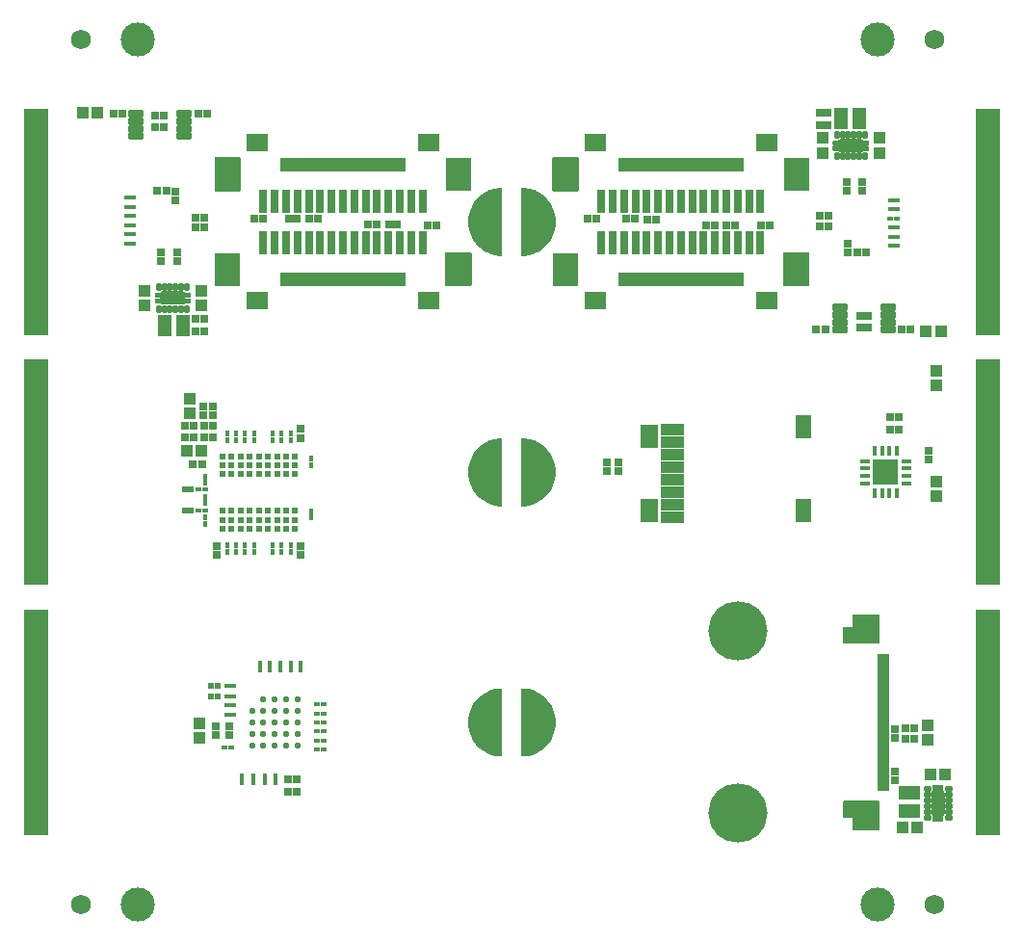
<source format=gts>
G04*
G04 #@! TF.GenerationSoftware,Altium Limited,Altium Designer,21.1.1 (26)*
G04*
G04 Layer_Color=8388736*
%FSLAX44Y44*%
%MOMM*%
G71*
G04*
G04 #@! TF.SameCoordinates,63B2E272-0427-4AAB-BE5C-BBC369205028*
G04*
G04*
G04 #@! TF.FilePolarity,Negative*
G04*
G01*
G75*
%ADD40R,2.2300X2.2300*%
%ADD41R,0.9500X0.3500*%
%ADD42R,0.3500X0.9500*%
%ADD77C,3.0000*%
%ADD78R,0.7232X0.7632*%
%ADD79R,0.5632X0.5232*%
%ADD80R,0.5532X0.4532*%
%ADD81R,0.4532X0.5532*%
%ADD82C,0.6132*%
%ADD83R,0.7632X0.7232*%
%ADD84R,0.7032X0.6532*%
%ADD85R,0.7232X0.7232*%
%ADD86R,1.0532X1.1032*%
%ADD87R,1.1032X1.0532*%
%ADD88R,1.7032X0.5532*%
%ADD89R,0.6532X0.7032*%
%ADD90R,1.9332X1.1432*%
%ADD91R,1.2032X1.2032*%
%ADD92R,1.0032X0.5032*%
G04:AMPARAMS|DCode=93|XSize=1.1032mm|YSize=2.2032mm|CornerRadius=0.1511mm|HoleSize=0mm|Usage=FLASHONLY|Rotation=360.000|XOffset=0mm|YOffset=0mm|HoleType=Round|Shape=RoundedRectangle|*
%AMROUNDEDRECTD93*
21,1,1.1032,1.9010,0,0,360.0*
21,1,0.8010,2.2032,0,0,360.0*
1,1,0.3022,0.4005,-0.9505*
1,1,0.3022,-0.4005,-0.9505*
1,1,0.3022,-0.4005,0.9505*
1,1,0.3022,0.4005,0.9505*
%
%ADD93ROUNDEDRECTD93*%
G04:AMPARAMS|DCode=94|XSize=0.4532mm|YSize=0.7032mm|CornerRadius=0.1516mm|HoleSize=0mm|Usage=FLASHONLY|Rotation=90.000|XOffset=0mm|YOffset=0mm|HoleType=Round|Shape=RoundedRectangle|*
%AMROUNDEDRECTD94*
21,1,0.4532,0.4000,0,0,90.0*
21,1,0.1500,0.7032,0,0,90.0*
1,1,0.3032,0.2000,0.0750*
1,1,0.3032,0.2000,-0.0750*
1,1,0.3032,-0.2000,-0.0750*
1,1,0.3032,-0.2000,0.0750*
%
%ADD94ROUNDEDRECTD94*%
%ADD95R,1.6032X2.0032*%
%ADD96R,1.4032X2.0032*%
%ADD97R,2.0032X1.0032*%
%ADD98R,0.5032X1.2032*%
%ADD99R,1.8532X1.5032*%
%ADD100R,0.8032X2.1032*%
%ADD101R,2.3032X3.0032*%
G04:AMPARAMS|DCode=102|XSize=0.6532mm|YSize=1.3532mm|CornerRadius=0.1511mm|HoleSize=0mm|Usage=FLASHONLY|Rotation=270.000|XOffset=0mm|YOffset=0mm|HoleType=Round|Shape=RoundedRectangle|*
%AMROUNDEDRECTD102*
21,1,0.6532,1.0510,0,0,270.0*
21,1,0.3510,1.3532,0,0,270.0*
1,1,0.3022,-0.5255,-0.1755*
1,1,0.3022,-0.5255,0.1755*
1,1,0.3022,0.5255,0.1755*
1,1,0.3022,0.5255,-0.1755*
%
%ADD102ROUNDEDRECTD102*%
%ADD103R,1.1432X1.9332*%
G04:AMPARAMS|DCode=104|XSize=1.1032mm|YSize=2.2032mm|CornerRadius=0.1511mm|HoleSize=0mm|Usage=FLASHONLY|Rotation=270.000|XOffset=0mm|YOffset=0mm|HoleType=Round|Shape=RoundedRectangle|*
%AMROUNDEDRECTD104*
21,1,1.1032,1.9010,0,0,270.0*
21,1,0.8010,2.2032,0,0,270.0*
1,1,0.3022,-0.9505,-0.4005*
1,1,0.3022,-0.9505,0.4005*
1,1,0.3022,0.9505,0.4005*
1,1,0.3022,0.9505,-0.4005*
%
%ADD104ROUNDEDRECTD104*%
G04:AMPARAMS|DCode=105|XSize=0.4532mm|YSize=0.7032mm|CornerRadius=0.1516mm|HoleSize=0mm|Usage=FLASHONLY|Rotation=360.000|XOffset=0mm|YOffset=0mm|HoleType=Round|Shape=RoundedRectangle|*
%AMROUNDEDRECTD105*
21,1,0.4532,0.4000,0,0,360.0*
21,1,0.1500,0.7032,0,0,360.0*
1,1,0.3032,0.0750,-0.2000*
1,1,0.3032,-0.0750,-0.2000*
1,1,0.3032,-0.0750,0.2000*
1,1,0.3032,0.0750,0.2000*
%
%ADD105ROUNDEDRECTD105*%
%ADD106C,0.5532*%
%ADD107C,1.7272*%
%ADD108C,5.2032*%
%ADD109C,0.7032*%
G36*
X736633Y722510D02*
X736764Y722484D01*
X736890Y722441D01*
X737009Y722382D01*
X737120Y722308D01*
X737220Y722220D01*
X737308Y722120D01*
X737382Y722009D01*
X737441Y721890D01*
X737482Y721768D01*
X741500D01*
X741633Y721759D01*
X741764Y721733D01*
X741890Y721691D01*
X742009Y721632D01*
X742120Y721558D01*
X742220Y721470D01*
X742308Y721370D01*
X742382Y721259D01*
X742441Y721140D01*
X742484Y721013D01*
X742510Y720883D01*
X742518Y720750D01*
Y718250D01*
X742510Y718117D01*
X742484Y717987D01*
X742441Y717860D01*
X742382Y717741D01*
X742308Y717630D01*
X742220Y717530D01*
X742120Y717442D01*
X742009Y717368D01*
X741890Y717309D01*
X741764Y717266D01*
X741633Y717241D01*
X741500Y717232D01*
X737518D01*
Y716768D01*
X741500D01*
X741633Y716759D01*
X741764Y716733D01*
X741890Y716691D01*
X742009Y716632D01*
X742120Y716558D01*
X742220Y716470D01*
X742308Y716370D01*
X742382Y716259D01*
X742441Y716140D01*
X742484Y716013D01*
X742510Y715883D01*
X742518Y715750D01*
Y713250D01*
X742510Y713117D01*
X742484Y712986D01*
X742441Y712860D01*
X742382Y712741D01*
X742308Y712630D01*
X742220Y712530D01*
X742120Y712442D01*
X742009Y712368D01*
X741890Y712309D01*
X741764Y712266D01*
X741633Y712241D01*
X741500Y712232D01*
X737482D01*
X737441Y712110D01*
X737382Y711991D01*
X737308Y711880D01*
X737220Y711780D01*
X737120Y711692D01*
X737009Y711618D01*
X736890Y711559D01*
X736764Y711516D01*
X736633Y711490D01*
X736500Y711482D01*
X716500D01*
X716367Y711490D01*
X716236Y711516D01*
X716110Y711559D01*
X715991Y711618D01*
X715880Y711692D01*
X715780Y711780D01*
X715692Y711880D01*
X715618Y711991D01*
X715559Y712110D01*
X715518Y712232D01*
X711500D01*
X711367Y712241D01*
X711236Y712266D01*
X711110Y712309D01*
X710991Y712368D01*
X710880Y712442D01*
X710780Y712530D01*
X710692Y712630D01*
X710618Y712741D01*
X710559Y712860D01*
X710517Y712986D01*
X710490Y713117D01*
X710482Y713250D01*
Y715750D01*
X710490Y715883D01*
X710517Y716013D01*
X710559Y716140D01*
X710618Y716259D01*
X710692Y716370D01*
X710780Y716470D01*
X710880Y716558D01*
X710991Y716632D01*
X711110Y716691D01*
X711236Y716733D01*
X711367Y716759D01*
X711500Y716768D01*
X715482D01*
Y717232D01*
X711500D01*
X711367Y717241D01*
X711236Y717266D01*
X711110Y717309D01*
X710991Y717368D01*
X710880Y717442D01*
X710780Y717530D01*
X710692Y717630D01*
X710618Y717741D01*
X710559Y717860D01*
X710517Y717987D01*
X710490Y718117D01*
X710482Y718250D01*
Y720750D01*
X710490Y720883D01*
X710517Y721013D01*
X710559Y721140D01*
X710618Y721259D01*
X710692Y721370D01*
X710780Y721470D01*
X710880Y721558D01*
X710991Y721632D01*
X711110Y721691D01*
X711236Y721733D01*
X711367Y721759D01*
X711500Y721768D01*
X715518D01*
X715559Y721890D01*
X715618Y722009D01*
X715692Y722120D01*
X715780Y722220D01*
X715880Y722308D01*
X715991Y722382D01*
X716110Y722441D01*
X716236Y722484D01*
X716367Y722510D01*
X716500Y722518D01*
X736500D01*
X736633Y722510D01*
D02*
G37*
G36*
X486133Y706759D02*
X486264Y706733D01*
X486390Y706691D01*
X486509Y706632D01*
X486620Y706558D01*
X486720Y706470D01*
X486808Y706370D01*
X486882Y706259D01*
X486941Y706140D01*
X486984Y706013D01*
X487010Y705883D01*
X487018Y705750D01*
Y677750D01*
X487010Y677617D01*
X486984Y677486D01*
X486941Y677360D01*
X486882Y677241D01*
X486808Y677130D01*
X486720Y677030D01*
X486620Y676942D01*
X486509Y676868D01*
X486390Y676809D01*
X486264Y676767D01*
X486133Y676740D01*
X486000Y676732D01*
X465000D01*
X464867Y676740D01*
X464737Y676767D01*
X464610Y676809D01*
X464491Y676868D01*
X464380Y676942D01*
X464280Y677030D01*
X464192Y677130D01*
X464118Y677241D01*
X464059Y677360D01*
X464017Y677486D01*
X463991Y677617D01*
X463982Y677750D01*
Y705750D01*
X463991Y705883D01*
X464017Y706013D01*
X464059Y706140D01*
X464118Y706259D01*
X464192Y706370D01*
X464280Y706470D01*
X464380Y706558D01*
X464491Y706632D01*
X464610Y706691D01*
X464737Y706733D01*
X464867Y706759D01*
X465000Y706768D01*
X486000D01*
X486133Y706759D01*
D02*
G37*
G36*
X189133Y706759D02*
X189264Y706733D01*
X189390Y706691D01*
X189509Y706632D01*
X189620Y706558D01*
X189720Y706470D01*
X189808Y706370D01*
X189882Y706259D01*
X189941Y706140D01*
X189984Y706013D01*
X190010Y705883D01*
X190018Y705750D01*
Y677750D01*
X190010Y677617D01*
X189984Y677486D01*
X189941Y677360D01*
X189882Y677241D01*
X189808Y677130D01*
X189720Y677030D01*
X189620Y676942D01*
X189509Y676868D01*
X189390Y676809D01*
X189264Y676767D01*
X189133Y676740D01*
X189000Y676732D01*
X168000D01*
X167867Y676740D01*
X167737Y676767D01*
X167610Y676809D01*
X167491Y676868D01*
X167380Y676942D01*
X167280Y677030D01*
X167192Y677130D01*
X167118Y677241D01*
X167059Y677360D01*
X167017Y677486D01*
X166991Y677617D01*
X166982Y677750D01*
Y705750D01*
X166991Y705883D01*
X167017Y706013D01*
X167059Y706140D01*
X167118Y706259D01*
X167192Y706370D01*
X167280Y706470D01*
X167380Y706558D01*
X167491Y706632D01*
X167610Y706691D01*
X167737Y706733D01*
X167867Y706759D01*
X168000Y706768D01*
X189000D01*
X189133Y706759D01*
D02*
G37*
G36*
X444025Y679262D02*
X448517Y677803D01*
X452724Y675659D01*
X456544Y672883D01*
X459883Y669544D01*
X462659Y665724D01*
X464803Y661516D01*
X466262Y657026D01*
X467001Y652362D01*
Y647639D01*
X466262Y642975D01*
X464803Y638484D01*
X462659Y634277D01*
X459883Y630457D01*
X456544Y627118D01*
X452724Y624342D01*
X448517Y622198D01*
X444025Y620739D01*
X439361Y620000D01*
X437000D01*
Y680001D01*
X439361D01*
X444025Y679262D01*
D02*
G37*
G36*
X420000Y620000D02*
X417639D01*
X412975Y620738D01*
X408484Y622197D01*
X404276Y624341D01*
X400456Y627117D01*
X397117Y630456D01*
X394341Y634276D01*
X392197Y638484D01*
X390738Y642974D01*
X390000Y647638D01*
Y652361D01*
X390738Y657025D01*
X392197Y661516D01*
X394341Y665723D01*
X397117Y669543D01*
X400456Y672882D01*
X404276Y675658D01*
X408484Y677802D01*
X412975Y679261D01*
X417639Y680000D01*
X420000D01*
Y620000D01*
D02*
G37*
G36*
X689133Y623260D02*
X689263Y623233D01*
X689389Y623191D01*
X689509Y623132D01*
X689620Y623058D01*
X689720Y622970D01*
X689808Y622870D01*
X689882Y622759D01*
X689941Y622640D01*
X689983Y622514D01*
X690009Y622383D01*
X690018Y622250D01*
Y594250D01*
X690009Y594117D01*
X689983Y593987D01*
X689941Y593860D01*
X689882Y593741D01*
X689808Y593630D01*
X689720Y593530D01*
X689620Y593442D01*
X689509Y593368D01*
X689389Y593309D01*
X689263Y593266D01*
X689133Y593241D01*
X689000Y593232D01*
X668000D01*
X667867Y593241D01*
X667736Y593266D01*
X667610Y593309D01*
X667491Y593368D01*
X667380Y593442D01*
X667280Y593530D01*
X667192Y593630D01*
X667118Y593741D01*
X667059Y593860D01*
X667016Y593987D01*
X666990Y594117D01*
X666982Y594250D01*
Y622250D01*
X666990Y622383D01*
X667016Y622514D01*
X667059Y622640D01*
X667118Y622759D01*
X667192Y622870D01*
X667280Y622970D01*
X667380Y623058D01*
X667491Y623132D01*
X667610Y623191D01*
X667736Y623233D01*
X667867Y623260D01*
X668000Y623268D01*
X689000D01*
X689133Y623260D01*
D02*
G37*
G36*
X392133Y623260D02*
X392263Y623233D01*
X392389Y623191D01*
X392509Y623132D01*
X392620Y623058D01*
X392720Y622970D01*
X392808Y622870D01*
X392882Y622759D01*
X392941Y622640D01*
X392983Y622514D01*
X393009Y622383D01*
X393018Y622250D01*
Y594250D01*
X393009Y594117D01*
X392983Y593987D01*
X392941Y593860D01*
X392882Y593741D01*
X392808Y593630D01*
X392720Y593530D01*
X392620Y593442D01*
X392509Y593368D01*
X392389Y593309D01*
X392263Y593266D01*
X392133Y593241D01*
X392000Y593232D01*
X371000D01*
X370867Y593241D01*
X370736Y593266D01*
X370610Y593309D01*
X370491Y593368D01*
X370380Y593442D01*
X370280Y593530D01*
X370192Y593630D01*
X370118Y593741D01*
X370059Y593860D01*
X370016Y593987D01*
X369990Y594117D01*
X369982Y594250D01*
Y622250D01*
X369990Y622383D01*
X370016Y622514D01*
X370059Y622640D01*
X370118Y622759D01*
X370192Y622870D01*
X370280Y622970D01*
X370380Y623058D01*
X370491Y623132D01*
X370610Y623191D01*
X370736Y623233D01*
X370867Y623260D01*
X371000Y623268D01*
X392000D01*
X392133Y623260D01*
D02*
G37*
G36*
X140633Y588509D02*
X140764Y588484D01*
X140890Y588441D01*
X141009Y588382D01*
X141120Y588308D01*
X141220Y588220D01*
X141308Y588120D01*
X141382Y588009D01*
X141441Y587890D01*
X141482Y587768D01*
X145500D01*
X145633Y587760D01*
X145764Y587733D01*
X145890Y587691D01*
X146009Y587632D01*
X146120Y587558D01*
X146220Y587470D01*
X146308Y587370D01*
X146382Y587259D01*
X146441Y587140D01*
X146483Y587014D01*
X146510Y586883D01*
X146518Y586750D01*
Y584250D01*
X146510Y584117D01*
X146483Y583987D01*
X146441Y583860D01*
X146382Y583741D01*
X146308Y583630D01*
X146220Y583530D01*
X146120Y583442D01*
X146009Y583368D01*
X145890Y583309D01*
X145764Y583266D01*
X145633Y583241D01*
X145500Y583232D01*
X141518D01*
Y582768D01*
X145500D01*
X145633Y582759D01*
X145764Y582733D01*
X145890Y582691D01*
X146009Y582632D01*
X146120Y582558D01*
X146220Y582470D01*
X146308Y582370D01*
X146382Y582259D01*
X146441Y582140D01*
X146483Y582014D01*
X146510Y581883D01*
X146518Y581750D01*
Y579250D01*
X146510Y579117D01*
X146483Y578986D01*
X146441Y578860D01*
X146382Y578741D01*
X146308Y578630D01*
X146220Y578530D01*
X146120Y578442D01*
X146009Y578368D01*
X145890Y578309D01*
X145764Y578266D01*
X145633Y578241D01*
X145500Y578232D01*
X141482D01*
X141441Y578110D01*
X141382Y577991D01*
X141308Y577880D01*
X141220Y577780D01*
X141120Y577692D01*
X141009Y577618D01*
X140890Y577559D01*
X140764Y577517D01*
X140633Y577491D01*
X140500Y577482D01*
X120500D01*
X120367Y577491D01*
X120237Y577517D01*
X120110Y577559D01*
X119991Y577618D01*
X119880Y577692D01*
X119780Y577780D01*
X119692Y577880D01*
X119618Y577991D01*
X119559Y578110D01*
X119518Y578232D01*
X115500D01*
X115367Y578241D01*
X115237Y578266D01*
X115110Y578309D01*
X114991Y578368D01*
X114880Y578442D01*
X114780Y578530D01*
X114692Y578630D01*
X114618Y578741D01*
X114559Y578860D01*
X114516Y578986D01*
X114490Y579117D01*
X114482Y579250D01*
Y581750D01*
X114490Y581883D01*
X114516Y582014D01*
X114559Y582140D01*
X114618Y582259D01*
X114692Y582370D01*
X114780Y582470D01*
X114880Y582558D01*
X114991Y582632D01*
X115110Y582691D01*
X115237Y582733D01*
X115367Y582759D01*
X115500Y582768D01*
X119482D01*
Y583232D01*
X115500D01*
X115367Y583241D01*
X115237Y583266D01*
X115110Y583309D01*
X114991Y583368D01*
X114880Y583442D01*
X114780Y583530D01*
X114692Y583630D01*
X114618Y583741D01*
X114559Y583860D01*
X114516Y583987D01*
X114490Y584117D01*
X114482Y584250D01*
Y586750D01*
X114490Y586883D01*
X114516Y587014D01*
X114559Y587140D01*
X114618Y587259D01*
X114692Y587370D01*
X114780Y587470D01*
X114880Y587558D01*
X114991Y587632D01*
X115110Y587691D01*
X115237Y587733D01*
X115367Y587760D01*
X115500Y587768D01*
X119518D01*
X119559Y587890D01*
X119618Y588009D01*
X119692Y588120D01*
X119780Y588220D01*
X119880Y588308D01*
X119991Y588382D01*
X120110Y588441D01*
X120237Y588484D01*
X120367Y588509D01*
X120500Y588518D01*
X140500D01*
X140633Y588509D01*
D02*
G37*
G36*
X856998Y749250D02*
X857000Y550750D01*
X836000Y550750D01*
X836000Y749250D01*
X856998Y749250D01*
D02*
G37*
G36*
X21000Y749250D02*
X21000Y550750D01*
X2Y550750D01*
X-0Y749250D01*
X21000Y749250D01*
D02*
G37*
G36*
X444025Y459262D02*
X448517Y457803D01*
X452724Y455659D01*
X456544Y452883D01*
X459883Y449544D01*
X462659Y445724D01*
X464803Y441516D01*
X466262Y437025D01*
X467001Y432361D01*
Y427639D01*
X466262Y422976D01*
X464803Y418484D01*
X462659Y414277D01*
X459883Y410457D01*
X456544Y407118D01*
X452724Y404342D01*
X448517Y402198D01*
X444025Y400739D01*
X439361Y400000D01*
X437000D01*
Y460000D01*
X439361D01*
X444025Y459262D01*
D02*
G37*
G36*
X420000Y400000D02*
X417639D01*
X412975Y400738D01*
X408484Y402197D01*
X404276Y404341D01*
X400456Y407117D01*
X397117Y410456D01*
X394341Y414276D01*
X392197Y418484D01*
X390738Y422975D01*
X390000Y427639D01*
Y432361D01*
X390738Y437025D01*
X392197Y441516D01*
X394341Y445723D01*
X397117Y449543D01*
X400456Y452882D01*
X404276Y455658D01*
X408484Y457802D01*
X412975Y459261D01*
X417639Y460000D01*
X420000D01*
Y400000D01*
D02*
G37*
G36*
X856998Y529250D02*
X857000Y330750D01*
X836000Y330750D01*
X836000Y529250D01*
X856998Y529250D01*
D02*
G37*
G36*
X21000Y529250D02*
X21000Y330750D01*
X2Y330750D01*
X-0Y529250D01*
X21000Y529250D01*
D02*
G37*
G36*
X750748Y305009D02*
X750879Y304983D01*
X751005Y304941D01*
X751124Y304882D01*
X751235Y304808D01*
X751335Y304720D01*
X751423Y304620D01*
X751497Y304509D01*
X751556Y304389D01*
X751599Y304263D01*
X751625Y304133D01*
X751633Y304000D01*
Y280000D01*
X751625Y279867D01*
X751599Y279736D01*
X751556Y279610D01*
X751497Y279491D01*
X751423Y279380D01*
X751335Y279280D01*
X751235Y279192D01*
X751124Y279118D01*
X751005Y279059D01*
X750879Y279016D01*
X750748Y278990D01*
X750615Y278982D01*
X720115D01*
X719982Y278990D01*
X719852Y279016D01*
X719725Y279059D01*
X719606Y279118D01*
X719495Y279192D01*
X719395Y279280D01*
X719307Y279380D01*
X719233Y279491D01*
X719174Y279610D01*
X719131Y279736D01*
X719106Y279867D01*
X719097Y280000D01*
Y293000D01*
X719106Y293133D01*
X719131Y293263D01*
X719174Y293389D01*
X719233Y293509D01*
X719307Y293620D01*
X719395Y293720D01*
X719495Y293808D01*
X719606Y293882D01*
X719725Y293941D01*
X719852Y293983D01*
X719982Y294009D01*
X720115Y294018D01*
X727597D01*
Y304000D01*
X727606Y304133D01*
X727632Y304263D01*
X727674Y304389D01*
X727733Y304509D01*
X727807Y304620D01*
X727895Y304720D01*
X727995Y304808D01*
X728106Y304882D01*
X728225Y304941D01*
X728352Y304983D01*
X728482Y305009D01*
X728615Y305018D01*
X750615D01*
X750748Y305009D01*
D02*
G37*
G36*
X444025Y239262D02*
X448517Y237803D01*
X452724Y235659D01*
X456544Y232883D01*
X459883Y229544D01*
X462659Y225724D01*
X464803Y221516D01*
X466262Y217025D01*
X467001Y212361D01*
Y207639D01*
X466262Y202975D01*
X464803Y198484D01*
X462659Y194277D01*
X459883Y190457D01*
X456544Y187118D01*
X452724Y184342D01*
X448517Y182198D01*
X444025Y180739D01*
X439361Y180000D01*
X437000D01*
Y240000D01*
X439361D01*
X444025Y239262D01*
D02*
G37*
G36*
X420000Y180000D02*
X417639D01*
X412975Y180738D01*
X408484Y182197D01*
X404276Y184341D01*
X400456Y187117D01*
X397117Y190456D01*
X394341Y194276D01*
X392197Y198484D01*
X390738Y202974D01*
X390000Y207638D01*
Y212361D01*
X390738Y217025D01*
X392197Y221516D01*
X394341Y225723D01*
X397117Y229543D01*
X400456Y232882D01*
X404276Y235658D01*
X408484Y237802D01*
X412975Y239261D01*
X417639Y240000D01*
X420000D01*
Y180000D01*
D02*
G37*
G36*
X806883Y155009D02*
X807013Y154983D01*
X807140Y154941D01*
X807259Y154882D01*
X807370Y154808D01*
X807470Y154720D01*
X807558Y154620D01*
X807632Y154509D01*
X807691Y154390D01*
X807734Y154263D01*
X807759Y154133D01*
X807768Y154000D01*
Y149982D01*
X807890Y149941D01*
X808009Y149882D01*
X808120Y149808D01*
X808220Y149720D01*
X808308Y149620D01*
X808382Y149509D01*
X808441Y149390D01*
X808484Y149263D01*
X808510Y149133D01*
X808518Y149000D01*
Y129000D01*
X808510Y128867D01*
X808484Y128736D01*
X808441Y128610D01*
X808382Y128491D01*
X808308Y128380D01*
X808220Y128280D01*
X808120Y128192D01*
X808009Y128118D01*
X807890Y128059D01*
X807768Y128018D01*
Y124000D01*
X807759Y123867D01*
X807734Y123736D01*
X807691Y123610D01*
X807632Y123491D01*
X807558Y123380D01*
X807470Y123280D01*
X807370Y123192D01*
X807259Y123118D01*
X807140Y123059D01*
X807013Y123017D01*
X806883Y122991D01*
X806750Y122982D01*
X804250D01*
X804117Y122991D01*
X803987Y123017D01*
X803860Y123059D01*
X803741Y123118D01*
X803630Y123192D01*
X803530Y123280D01*
X803442Y123380D01*
X803368Y123491D01*
X803309Y123610D01*
X803267Y123736D01*
X803241Y123867D01*
X803232Y124000D01*
Y127982D01*
X802768D01*
Y124000D01*
X802759Y123867D01*
X802733Y123736D01*
X802691Y123610D01*
X802632Y123491D01*
X802558Y123380D01*
X802470Y123280D01*
X802370Y123192D01*
X802259Y123118D01*
X802140Y123059D01*
X802013Y123017D01*
X801883Y122991D01*
X801750Y122982D01*
X799250D01*
X799117Y122991D01*
X798986Y123017D01*
X798860Y123059D01*
X798741Y123118D01*
X798630Y123192D01*
X798530Y123280D01*
X798442Y123380D01*
X798368Y123491D01*
X798309Y123610D01*
X798267Y123736D01*
X798241Y123867D01*
X798232Y124000D01*
Y128018D01*
X798110Y128059D01*
X797991Y128118D01*
X797880Y128192D01*
X797780Y128280D01*
X797692Y128380D01*
X797618Y128491D01*
X797559Y128610D01*
X797516Y128736D01*
X797490Y128867D01*
X797482Y129000D01*
Y149000D01*
X797490Y149133D01*
X797516Y149263D01*
X797559Y149390D01*
X797618Y149509D01*
X797692Y149620D01*
X797780Y149720D01*
X797880Y149808D01*
X797991Y149882D01*
X798110Y149941D01*
X798232Y149982D01*
Y154000D01*
X798241Y154133D01*
X798267Y154263D01*
X798309Y154390D01*
X798368Y154509D01*
X798442Y154620D01*
X798530Y154720D01*
X798630Y154808D01*
X798741Y154882D01*
X798860Y154941D01*
X798986Y154983D01*
X799117Y155009D01*
X799250Y155018D01*
X801750D01*
X801883Y155009D01*
X802013Y154983D01*
X802140Y154941D01*
X802259Y154882D01*
X802370Y154808D01*
X802470Y154720D01*
X802558Y154620D01*
X802632Y154509D01*
X802691Y154390D01*
X802733Y154263D01*
X802759Y154133D01*
X802768Y154000D01*
Y150018D01*
X803232D01*
Y154000D01*
X803241Y154133D01*
X803267Y154263D01*
X803309Y154390D01*
X803368Y154509D01*
X803442Y154620D01*
X803530Y154720D01*
X803630Y154808D01*
X803741Y154882D01*
X803860Y154941D01*
X803987Y154983D01*
X804117Y155009D01*
X804250Y155018D01*
X806750D01*
X806883Y155009D01*
D02*
G37*
G36*
X750748Y141009D02*
X750879Y140983D01*
X751005Y140941D01*
X751124Y140882D01*
X751235Y140808D01*
X751335Y140720D01*
X751423Y140620D01*
X751497Y140509D01*
X751556Y140389D01*
X751599Y140263D01*
X751625Y140133D01*
X751633Y140000D01*
Y116000D01*
X751625Y115867D01*
X751599Y115736D01*
X751556Y115610D01*
X751497Y115491D01*
X751423Y115380D01*
X751335Y115280D01*
X751235Y115192D01*
X751124Y115118D01*
X751005Y115059D01*
X750879Y115016D01*
X750748Y114990D01*
X750615Y114982D01*
X728615D01*
X728482Y114990D01*
X728352Y115016D01*
X728225Y115059D01*
X728106Y115118D01*
X727995Y115192D01*
X727895Y115280D01*
X727807Y115380D01*
X727733Y115491D01*
X727674Y115610D01*
X727632Y115736D01*
X727606Y115867D01*
X727597Y116000D01*
Y125982D01*
X720115D01*
X719982Y125990D01*
X719852Y126016D01*
X719725Y126059D01*
X719606Y126118D01*
X719495Y126192D01*
X719395Y126280D01*
X719307Y126380D01*
X719233Y126491D01*
X719174Y126610D01*
X719131Y126736D01*
X719106Y126867D01*
X719097Y127000D01*
Y140000D01*
X719106Y140133D01*
X719131Y140263D01*
X719174Y140389D01*
X719233Y140509D01*
X719307Y140620D01*
X719395Y140720D01*
X719495Y140808D01*
X719606Y140882D01*
X719725Y140941D01*
X719852Y140983D01*
X719982Y141009D01*
X720115Y141018D01*
X750615D01*
X750748Y141009D01*
D02*
G37*
G36*
X856998Y309249D02*
X857000Y110750D01*
X836000Y110750D01*
X836000Y309250D01*
X856998Y309249D01*
D02*
G37*
G36*
X21000Y309250D02*
X21000Y110750D01*
X2Y110750D01*
X-0Y309250D01*
X21000Y309250D01*
D02*
G37*
D40*
X757000Y430000D02*
D03*
D41*
X775400Y439750D02*
D03*
Y433250D02*
D03*
Y426750D02*
D03*
Y420250D02*
D03*
X738599D02*
D03*
Y426750D02*
D03*
Y433250D02*
D03*
Y439750D02*
D03*
D42*
X766750Y411600D02*
D03*
X760250D02*
D03*
X753750D02*
D03*
X747250D02*
D03*
Y448400D02*
D03*
X753750D02*
D03*
X760250D02*
D03*
X766750D02*
D03*
D77*
X750000Y810000D02*
D03*
Y50000D02*
D03*
X100000D02*
D03*
Y810000D02*
D03*
D78*
X243000Y364900D02*
D03*
Y357100D02*
D03*
Y467900D02*
D03*
Y460100D02*
D03*
X169000Y357100D02*
D03*
Y364900D02*
D03*
X166000Y487900D02*
D03*
Y480100D02*
D03*
X157000Y480200D02*
D03*
Y487800D02*
D03*
X765000Y159000D02*
D03*
Y166800D02*
D03*
X522000Y438650D02*
D03*
Y430850D02*
D03*
X512000Y430950D02*
D03*
Y438550D02*
D03*
X794500Y448900D02*
D03*
Y441100D02*
D03*
X736668Y676915D02*
D03*
Y684715D02*
D03*
X723032Y677015D02*
D03*
Y684615D02*
D03*
X724000Y623100D02*
D03*
Y630900D02*
D03*
X120331Y623085D02*
D03*
Y615285D02*
D03*
X133968Y622985D02*
D03*
Y615385D02*
D03*
X133000Y676900D02*
D03*
Y669100D02*
D03*
X180000Y206900D02*
D03*
Y199100D02*
D03*
X168000Y199200D02*
D03*
Y206800D02*
D03*
D79*
X146413Y396358D02*
D03*
X140813D02*
D03*
X140760Y414509D02*
D03*
X146360D02*
D03*
X164200Y242000D02*
D03*
X169800D02*
D03*
X164400Y233000D02*
D03*
X170000D02*
D03*
D80*
X158796Y396432D02*
D03*
X153296D02*
D03*
X153368Y414457D02*
D03*
X158868D02*
D03*
X761250Y653000D02*
D03*
X766750D02*
D03*
X761315Y669008D02*
D03*
X766815D02*
D03*
X761315Y661008D02*
D03*
X766815D02*
D03*
Y629008D02*
D03*
X761315D02*
D03*
X766815Y645008D02*
D03*
X761315D02*
D03*
X766815Y637008D02*
D03*
X761315D02*
D03*
X95750Y647000D02*
D03*
X90250D02*
D03*
X95685Y630992D02*
D03*
X90185D02*
D03*
X95685Y638992D02*
D03*
X90185D02*
D03*
Y670992D02*
D03*
X95685D02*
D03*
X90185Y654992D02*
D03*
X95685D02*
D03*
X90185Y662992D02*
D03*
X95685D02*
D03*
X178250Y242000D02*
D03*
X183750D02*
D03*
X178250Y233000D02*
D03*
X183750D02*
D03*
X181750Y188000D02*
D03*
X176250D02*
D03*
X257250Y202000D02*
D03*
X262750D02*
D03*
X257250Y186000D02*
D03*
X262750D02*
D03*
X257250Y194000D02*
D03*
X262750D02*
D03*
X183750Y217000D02*
D03*
X178250D02*
D03*
X262750Y218000D02*
D03*
X257250D02*
D03*
X183750Y225000D02*
D03*
X178250D02*
D03*
X257250Y226000D02*
D03*
X262750D02*
D03*
X257250Y210000D02*
D03*
X262750D02*
D03*
D81*
X234000Y463750D02*
D03*
Y458250D02*
D03*
X158673Y384719D02*
D03*
Y390219D02*
D03*
X186000Y365750D02*
D03*
Y360250D02*
D03*
X178000Y365750D02*
D03*
Y360250D02*
D03*
X194000Y365750D02*
D03*
Y360250D02*
D03*
X202000Y365750D02*
D03*
Y360250D02*
D03*
X218000Y365750D02*
D03*
Y360250D02*
D03*
X158701Y408186D02*
D03*
Y402686D02*
D03*
X226000Y365750D02*
D03*
Y360250D02*
D03*
X234000Y365750D02*
D03*
Y360250D02*
D03*
X252046Y395550D02*
D03*
Y390050D02*
D03*
X252000Y436250D02*
D03*
Y441750D02*
D03*
X158539Y426258D02*
D03*
Y420758D02*
D03*
X218000Y458250D02*
D03*
Y463750D02*
D03*
X226000Y458250D02*
D03*
Y463750D02*
D03*
X202000Y458250D02*
D03*
Y463750D02*
D03*
X194000Y458250D02*
D03*
Y463750D02*
D03*
X186000Y458250D02*
D03*
Y463750D02*
D03*
X178000Y458250D02*
D03*
Y463750D02*
D03*
X221000Y162750D02*
D03*
Y157250D02*
D03*
X211000Y162750D02*
D03*
Y157250D02*
D03*
X201000Y162750D02*
D03*
Y157250D02*
D03*
X191000Y162750D02*
D03*
Y157250D02*
D03*
X216000Y261750D02*
D03*
Y256250D02*
D03*
X207000Y256250D02*
D03*
Y261750D02*
D03*
X234000Y256250D02*
D03*
Y261750D02*
D03*
X242650Y256250D02*
D03*
Y261750D02*
D03*
X225000Y256250D02*
D03*
Y261750D02*
D03*
D82*
X174000Y380000D02*
D03*
Y388000D02*
D03*
Y396000D02*
D03*
Y428000D02*
D03*
Y436000D02*
D03*
Y444000D02*
D03*
X182000Y380000D02*
D03*
Y388000D02*
D03*
Y396000D02*
D03*
Y428000D02*
D03*
Y436000D02*
D03*
Y444000D02*
D03*
X190000Y380000D02*
D03*
Y388000D02*
D03*
Y396000D02*
D03*
Y428000D02*
D03*
Y436000D02*
D03*
Y444000D02*
D03*
X198000Y380000D02*
D03*
Y388000D02*
D03*
Y396000D02*
D03*
Y428000D02*
D03*
Y436000D02*
D03*
Y444000D02*
D03*
X206000Y380000D02*
D03*
Y388000D02*
D03*
Y396000D02*
D03*
Y428000D02*
D03*
Y436000D02*
D03*
Y444000D02*
D03*
X214000Y380000D02*
D03*
Y388000D02*
D03*
Y396000D02*
D03*
Y428000D02*
D03*
Y436000D02*
D03*
Y444000D02*
D03*
X222000Y380000D02*
D03*
Y388000D02*
D03*
Y396000D02*
D03*
Y428000D02*
D03*
Y436000D02*
D03*
Y444000D02*
D03*
X230000Y380000D02*
D03*
Y388000D02*
D03*
Y396000D02*
D03*
Y428000D02*
D03*
Y436000D02*
D03*
Y444000D02*
D03*
X238000Y380000D02*
D03*
Y388000D02*
D03*
Y396000D02*
D03*
Y428000D02*
D03*
Y436000D02*
D03*
Y444000D02*
D03*
D83*
X158100Y461000D02*
D03*
X165900D02*
D03*
X141100D02*
D03*
X148900D02*
D03*
X781900Y196000D02*
D03*
X774100D02*
D03*
X781900Y205000D02*
D03*
X774100D02*
D03*
X768400Y467500D02*
D03*
X760600D02*
D03*
X760706Y478211D02*
D03*
X768307D02*
D03*
X495100Y653000D02*
D03*
X502900D02*
D03*
X654900Y647000D02*
D03*
X647100D02*
D03*
X696100Y555000D02*
D03*
X703900D02*
D03*
X778900D02*
D03*
X771100D02*
D03*
X361900Y647000D02*
D03*
X354100D02*
D03*
X202100Y653000D02*
D03*
X209900D02*
D03*
X160900Y745000D02*
D03*
X153100D02*
D03*
X78100D02*
D03*
X85900D02*
D03*
X239172Y159930D02*
D03*
X231371D02*
D03*
X231471Y148848D02*
D03*
X239072D02*
D03*
D84*
X158250Y471000D02*
D03*
X165750D02*
D03*
X141250D02*
D03*
X148750D02*
D03*
X555139Y652280D02*
D03*
X547639D02*
D03*
X529211Y652444D02*
D03*
X536711D02*
D03*
X599250Y647000D02*
D03*
X606750D02*
D03*
X624750D02*
D03*
X617250D02*
D03*
X706250Y746000D02*
D03*
X698750D02*
D03*
X706250Y735000D02*
D03*
X698750D02*
D03*
X734250Y567000D02*
D03*
X741750D02*
D03*
X734250Y557000D02*
D03*
X741750D02*
D03*
X706750Y655000D02*
D03*
X699250D02*
D03*
X706750Y646000D02*
D03*
X699250D02*
D03*
X301861Y647720D02*
D03*
X309361D02*
D03*
X327789Y647556D02*
D03*
X320289D02*
D03*
X257750Y653000D02*
D03*
X250250D02*
D03*
X232250D02*
D03*
X239750D02*
D03*
X150750Y554000D02*
D03*
X158250D02*
D03*
X150750Y565000D02*
D03*
X158250D02*
D03*
X122750Y733000D02*
D03*
X115250D02*
D03*
X122750Y743000D02*
D03*
X115250D02*
D03*
X150250Y645000D02*
D03*
X157750D02*
D03*
X150250Y654000D02*
D03*
X157750D02*
D03*
D85*
X156100Y437000D02*
D03*
X147900D02*
D03*
X740100Y623000D02*
D03*
X731900D02*
D03*
X116900Y677000D02*
D03*
X125100D02*
D03*
D86*
X155500Y449000D02*
D03*
X142500D02*
D03*
X809500Y164000D02*
D03*
X796500D02*
D03*
X771500Y118000D02*
D03*
X784500D02*
D03*
X805500Y554000D02*
D03*
X792500D02*
D03*
X51500Y746000D02*
D03*
X64500D02*
D03*
D87*
X145000Y481500D02*
D03*
Y494500D02*
D03*
X794000Y207500D02*
D03*
Y194500D02*
D03*
X801352Y505907D02*
D03*
Y518907D02*
D03*
Y408925D02*
D03*
Y421925D02*
D03*
X751500Y723500D02*
D03*
Y710500D02*
D03*
X701500Y723500D02*
D03*
Y710500D02*
D03*
X105500Y576500D02*
D03*
Y589500D02*
D03*
X155500Y576500D02*
D03*
Y589500D02*
D03*
X154000Y196500D02*
D03*
Y209500D02*
D03*
D88*
X12500Y522500D02*
D03*
Y517500D02*
D03*
Y512500D02*
D03*
Y507500D02*
D03*
Y502500D02*
D03*
Y497500D02*
D03*
Y492500D02*
D03*
Y487500D02*
D03*
Y482500D02*
D03*
Y477500D02*
D03*
Y472500D02*
D03*
Y467500D02*
D03*
Y462500D02*
D03*
Y457500D02*
D03*
Y452500D02*
D03*
Y447500D02*
D03*
Y442500D02*
D03*
Y437500D02*
D03*
Y432500D02*
D03*
Y427500D02*
D03*
Y422500D02*
D03*
Y417500D02*
D03*
Y392500D02*
D03*
Y387500D02*
D03*
Y382500D02*
D03*
Y377500D02*
D03*
Y372500D02*
D03*
Y367500D02*
D03*
Y362500D02*
D03*
Y357500D02*
D03*
Y352500D02*
D03*
Y347500D02*
D03*
Y342500D02*
D03*
Y337500D02*
D03*
X844500Y117500D02*
D03*
Y122500D02*
D03*
Y127500D02*
D03*
Y132500D02*
D03*
Y137500D02*
D03*
Y142500D02*
D03*
Y147500D02*
D03*
Y152500D02*
D03*
Y157500D02*
D03*
Y162500D02*
D03*
Y167500D02*
D03*
Y172500D02*
D03*
Y177500D02*
D03*
Y182500D02*
D03*
Y187500D02*
D03*
Y192500D02*
D03*
Y197500D02*
D03*
Y202500D02*
D03*
Y207500D02*
D03*
Y212500D02*
D03*
Y217500D02*
D03*
Y222500D02*
D03*
Y247500D02*
D03*
Y252500D02*
D03*
Y257500D02*
D03*
Y262500D02*
D03*
Y267500D02*
D03*
Y272500D02*
D03*
Y277500D02*
D03*
Y282500D02*
D03*
Y287500D02*
D03*
Y292500D02*
D03*
Y297500D02*
D03*
Y302500D02*
D03*
Y337500D02*
D03*
Y342500D02*
D03*
Y347500D02*
D03*
Y352500D02*
D03*
Y357500D02*
D03*
Y362500D02*
D03*
Y367500D02*
D03*
Y372500D02*
D03*
Y377500D02*
D03*
Y382500D02*
D03*
Y387500D02*
D03*
Y392500D02*
D03*
Y397500D02*
D03*
Y402500D02*
D03*
Y407500D02*
D03*
Y412500D02*
D03*
Y417500D02*
D03*
Y422500D02*
D03*
Y427500D02*
D03*
Y432500D02*
D03*
Y437500D02*
D03*
Y442500D02*
D03*
Y467500D02*
D03*
Y472500D02*
D03*
Y477500D02*
D03*
Y482500D02*
D03*
Y487500D02*
D03*
Y492500D02*
D03*
Y497500D02*
D03*
Y502500D02*
D03*
Y507500D02*
D03*
Y512500D02*
D03*
Y517500D02*
D03*
Y522500D02*
D03*
Y557500D02*
D03*
Y562500D02*
D03*
Y567500D02*
D03*
Y572500D02*
D03*
Y577500D02*
D03*
Y582500D02*
D03*
Y587500D02*
D03*
Y592500D02*
D03*
Y597500D02*
D03*
Y602500D02*
D03*
Y607500D02*
D03*
Y612500D02*
D03*
Y617500D02*
D03*
Y622500D02*
D03*
Y627500D02*
D03*
Y632500D02*
D03*
Y637500D02*
D03*
Y642500D02*
D03*
Y647500D02*
D03*
Y652500D02*
D03*
Y657500D02*
D03*
Y662500D02*
D03*
Y687500D02*
D03*
Y692500D02*
D03*
Y697500D02*
D03*
Y702500D02*
D03*
Y707500D02*
D03*
Y712500D02*
D03*
Y717500D02*
D03*
Y722500D02*
D03*
Y727500D02*
D03*
Y732500D02*
D03*
Y737500D02*
D03*
Y742500D02*
D03*
X12500D02*
D03*
Y737500D02*
D03*
Y732500D02*
D03*
Y727500D02*
D03*
Y722500D02*
D03*
Y717500D02*
D03*
Y712500D02*
D03*
Y707500D02*
D03*
Y702500D02*
D03*
Y697500D02*
D03*
Y692500D02*
D03*
Y687500D02*
D03*
Y682500D02*
D03*
Y677500D02*
D03*
Y672500D02*
D03*
Y667500D02*
D03*
Y662500D02*
D03*
Y657500D02*
D03*
Y652500D02*
D03*
Y647500D02*
D03*
Y642500D02*
D03*
Y637500D02*
D03*
Y612500D02*
D03*
Y607500D02*
D03*
Y602500D02*
D03*
Y597500D02*
D03*
Y592500D02*
D03*
Y587500D02*
D03*
Y582500D02*
D03*
Y577500D02*
D03*
Y572500D02*
D03*
Y567500D02*
D03*
Y562500D02*
D03*
Y557500D02*
D03*
Y302500D02*
D03*
Y297500D02*
D03*
Y292500D02*
D03*
Y287500D02*
D03*
Y282500D02*
D03*
Y277500D02*
D03*
Y272500D02*
D03*
Y267500D02*
D03*
Y262500D02*
D03*
Y257500D02*
D03*
Y252500D02*
D03*
Y247500D02*
D03*
Y242500D02*
D03*
Y237500D02*
D03*
Y232500D02*
D03*
Y227500D02*
D03*
Y222500D02*
D03*
Y217500D02*
D03*
Y212500D02*
D03*
Y207500D02*
D03*
Y202500D02*
D03*
Y197500D02*
D03*
Y172500D02*
D03*
Y167500D02*
D03*
Y162500D02*
D03*
Y157500D02*
D03*
Y152500D02*
D03*
Y147500D02*
D03*
Y142500D02*
D03*
Y137500D02*
D03*
Y132500D02*
D03*
Y127500D02*
D03*
Y122500D02*
D03*
Y117500D02*
D03*
D89*
X765000Y203750D02*
D03*
Y196250D02*
D03*
D90*
X778000Y148050D02*
D03*
Y131950D02*
D03*
D91*
X738365Y127500D02*
D03*
Y292500D02*
D03*
D92*
X754620Y152500D02*
D03*
Y157500D02*
D03*
Y162500D02*
D03*
Y167500D02*
D03*
Y172500D02*
D03*
Y177500D02*
D03*
Y182500D02*
D03*
Y187500D02*
D03*
Y192500D02*
D03*
Y197500D02*
D03*
Y202500D02*
D03*
Y207500D02*
D03*
Y212500D02*
D03*
Y217500D02*
D03*
Y222500D02*
D03*
Y227500D02*
D03*
Y232500D02*
D03*
Y237500D02*
D03*
Y242500D02*
D03*
Y247500D02*
D03*
Y252500D02*
D03*
Y257500D02*
D03*
Y262500D02*
D03*
Y267500D02*
D03*
D93*
X803000Y139000D02*
D03*
D94*
X812500Y151500D02*
D03*
Y146500D02*
D03*
Y141500D02*
D03*
Y136500D02*
D03*
Y131500D02*
D03*
Y126500D02*
D03*
X793500D02*
D03*
Y131500D02*
D03*
Y136500D02*
D03*
Y141500D02*
D03*
Y146500D02*
D03*
Y151500D02*
D03*
D95*
X549250Y461500D02*
D03*
Y396500D02*
D03*
D96*
X684750Y469500D02*
D03*
Y396000D02*
D03*
D97*
X569250Y467500D02*
D03*
Y456500D02*
D03*
Y445500D02*
D03*
Y434500D02*
D03*
Y423500D02*
D03*
Y412500D02*
D03*
Y401500D02*
D03*
Y390500D02*
D03*
D98*
X544500Y700500D02*
D03*
X549500D02*
D03*
X559500D02*
D03*
X554500D02*
D03*
X599500D02*
D03*
X594500D02*
D03*
X604500D02*
D03*
X609500D02*
D03*
X619500D02*
D03*
X614500D02*
D03*
X624500D02*
D03*
X629500D02*
D03*
X584500D02*
D03*
X589500D02*
D03*
X579500D02*
D03*
X574500D02*
D03*
X564500D02*
D03*
X569500D02*
D03*
X539500Y700500D02*
D03*
X534500D02*
D03*
X524500D02*
D03*
X529500D02*
D03*
X609500Y599500D02*
D03*
X604500D02*
D03*
X594500D02*
D03*
X599500D02*
D03*
X554500D02*
D03*
X559500D02*
D03*
X549500D02*
D03*
X544500D02*
D03*
X534500D02*
D03*
X539500D02*
D03*
X529500D02*
D03*
X524500D02*
D03*
X569500D02*
D03*
X564500D02*
D03*
X574500D02*
D03*
X579500D02*
D03*
X589500D02*
D03*
X584500D02*
D03*
X614500Y599500D02*
D03*
X619500D02*
D03*
X629500D02*
D03*
X624500D02*
D03*
X312500Y599500D02*
D03*
X307500D02*
D03*
X297500D02*
D03*
X302500D02*
D03*
X257500D02*
D03*
X262500D02*
D03*
X252500D02*
D03*
X247500D02*
D03*
X237500D02*
D03*
X242500D02*
D03*
X232500D02*
D03*
X227500D02*
D03*
X272500D02*
D03*
X267500D02*
D03*
X277500D02*
D03*
X282500D02*
D03*
X292500D02*
D03*
X287500D02*
D03*
X317500Y599500D02*
D03*
X322500D02*
D03*
X332500D02*
D03*
X327500D02*
D03*
X247500Y700500D02*
D03*
X252500D02*
D03*
X262500D02*
D03*
X257500D02*
D03*
X302500D02*
D03*
X297500D02*
D03*
X307500D02*
D03*
X312500D02*
D03*
X322500D02*
D03*
X317500D02*
D03*
X327500D02*
D03*
X332500D02*
D03*
X287500D02*
D03*
X292500D02*
D03*
X282500D02*
D03*
X277500D02*
D03*
X267500D02*
D03*
X272500D02*
D03*
X242500Y700500D02*
D03*
X237500D02*
D03*
X227500D02*
D03*
X232500D02*
D03*
D99*
X652250Y719500D02*
D03*
X501750D02*
D03*
X501750Y580500D02*
D03*
X652250D02*
D03*
X204750D02*
D03*
X355250D02*
D03*
X355250Y719500D02*
D03*
X204750D02*
D03*
D100*
X567000Y668250D02*
D03*
X577000D02*
D03*
X557000D02*
D03*
X587000D02*
D03*
X537000D02*
D03*
X527000D02*
D03*
X607000D02*
D03*
X617000D02*
D03*
X637000D02*
D03*
X507000D02*
D03*
X647000D02*
D03*
X517000D02*
D03*
X627000D02*
D03*
X597000D02*
D03*
X547000D02*
D03*
X587000Y631750D02*
D03*
X577000D02*
D03*
X597000D02*
D03*
X567000D02*
D03*
X617000D02*
D03*
X627000D02*
D03*
X547000D02*
D03*
X537000D02*
D03*
X517000D02*
D03*
X647000D02*
D03*
X507000D02*
D03*
X637000D02*
D03*
X527000D02*
D03*
X557000D02*
D03*
X607000D02*
D03*
X290000Y631750D02*
D03*
X280000D02*
D03*
X300000D02*
D03*
X270000D02*
D03*
X320000D02*
D03*
X330000D02*
D03*
X250000D02*
D03*
X240000D02*
D03*
X220000D02*
D03*
X350000D02*
D03*
X210000D02*
D03*
X340000D02*
D03*
X230000D02*
D03*
X260000D02*
D03*
X310000D02*
D03*
X270000Y668250D02*
D03*
X280000D02*
D03*
X260000D02*
D03*
X290000D02*
D03*
X240000D02*
D03*
X230000D02*
D03*
X310000D02*
D03*
X320000D02*
D03*
X340000D02*
D03*
X210000D02*
D03*
X350000D02*
D03*
X220000D02*
D03*
X330000D02*
D03*
X300000D02*
D03*
X250000D02*
D03*
D101*
X678500Y691750D02*
D03*
X475500D02*
D03*
Y608250D02*
D03*
X678500D02*
D03*
X178500Y608250D02*
D03*
X381500D02*
D03*
Y691750D02*
D03*
X178500D02*
D03*
D102*
X759250Y555250D02*
D03*
Y561750D02*
D03*
Y568250D02*
D03*
Y574750D02*
D03*
X716750Y555250D02*
D03*
Y561750D02*
D03*
Y568250D02*
D03*
Y574750D02*
D03*
X97750Y744750D02*
D03*
Y738250D02*
D03*
Y731750D02*
D03*
Y725250D02*
D03*
X140250Y744750D02*
D03*
Y738250D02*
D03*
Y731750D02*
D03*
Y725250D02*
D03*
D103*
X733550Y741000D02*
D03*
X717450D02*
D03*
X123450Y559000D02*
D03*
X139550D02*
D03*
D104*
X726500Y717000D02*
D03*
X130500Y583000D02*
D03*
D105*
X739000Y707500D02*
D03*
X734000D02*
D03*
X729000D02*
D03*
X724000D02*
D03*
X719000D02*
D03*
X714000D02*
D03*
Y726500D02*
D03*
X719000D02*
D03*
X724000D02*
D03*
X729000D02*
D03*
X734000D02*
D03*
X739000D02*
D03*
X118000Y592500D02*
D03*
X123000D02*
D03*
X128000D02*
D03*
X133000D02*
D03*
X138000D02*
D03*
X143000D02*
D03*
Y573500D02*
D03*
X138000D02*
D03*
X133000D02*
D03*
X128000D02*
D03*
X123000D02*
D03*
X118000D02*
D03*
D106*
X240000Y190000D02*
D03*
X230000D02*
D03*
X220000D02*
D03*
X210000D02*
D03*
X200000D02*
D03*
X240000Y200000D02*
D03*
X230000D02*
D03*
X220000D02*
D03*
X210000D02*
D03*
X200000D02*
D03*
X240000Y210000D02*
D03*
X230000D02*
D03*
X220000D02*
D03*
X210000D02*
D03*
X200000D02*
D03*
X240000Y220000D02*
D03*
X230000D02*
D03*
X220000D02*
D03*
X210000D02*
D03*
X200000D02*
D03*
X240000Y230000D02*
D03*
X230000D02*
D03*
X220000D02*
D03*
X210000D02*
D03*
D107*
X800000Y810000D02*
D03*
Y50000D02*
D03*
X50000D02*
D03*
Y810000D02*
D03*
D108*
X627000Y290000D02*
D03*
Y130000D02*
D03*
D109*
X726500Y717000D02*
D03*
X719000D02*
D03*
X734000D02*
D03*
X130500Y583000D02*
D03*
X138000D02*
D03*
X123000D02*
D03*
M02*

</source>
